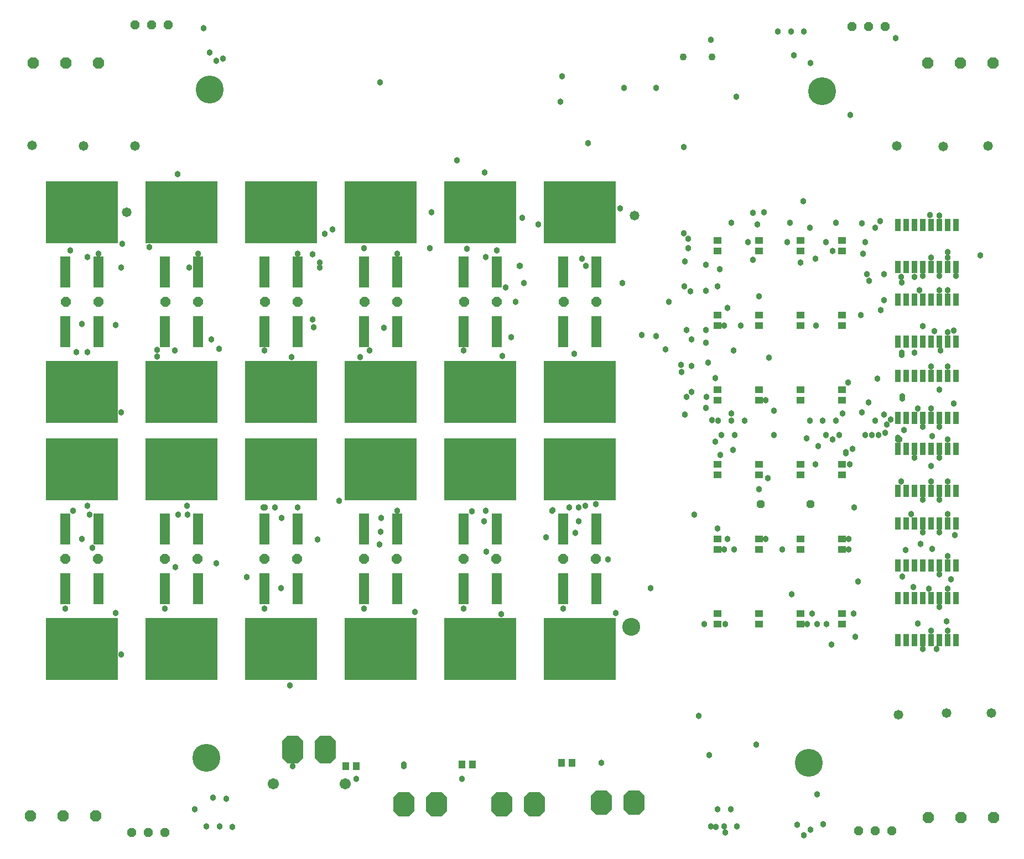
<source format=gbs>
G04 Layer_Color=16711935*
%FSAX25Y25*%
%MOIN*%
G70*
G01*
G75*
%ADD53R,0.04600X0.03900*%
%ADD56R,0.03900X0.04600*%
%ADD66P,0.05127X8X202.5*%
%ADD67C,0.04343*%
%ADD68P,0.06278X8X22.5*%
%ADD69P,0.07258X8X22.5*%
%ADD70P,0.06065X8X22.5*%
G04:AMPARAMS|DCode=71|XSize=126.11mil|YSize=145.79mil|CornerRadius=0mil|HoleSize=0mil|Usage=FLASHONLY|Rotation=0.000|XOffset=0mil|YOffset=0mil|HoleType=Round|Shape=Octagon|*
%AMOCTAGOND71*
4,1,8,-0.03153,0.07290,0.03153,0.07290,0.06306,0.04137,0.06306,-0.04137,0.03153,-0.07290,-0.03153,-0.07290,-0.06306,-0.04137,-0.06306,0.04137,-0.03153,0.07290,0.0*
%
%ADD71OCTAGOND71*%

G04:AMPARAMS|DCode=72|XSize=126.11mil|YSize=165.48mil|CornerRadius=0mil|HoleSize=0mil|Usage=FLASHONLY|Rotation=180.000|XOffset=0mil|YOffset=0mil|HoleType=Round|Shape=Octagon|*
%AMOCTAGOND72*
4,1,8,0.03153,-0.08274,-0.03153,-0.08274,-0.06306,-0.05121,-0.06306,0.05121,-0.03153,0.08274,0.03153,0.08274,0.06306,0.05121,0.06306,-0.05121,0.03153,-0.08274,0.0*
%
%ADD72OCTAGOND72*%

%ADD73C,0.05800*%
%ADD74C,0.10800*%
%ADD75C,0.16800*%
%ADD76C,0.03800*%
%ADD77C,0.06706*%
%ADD78R,0.03635X0.07808*%
%ADD79R,0.06115X0.18910*%
%ADD80R,0.43320X0.37808*%
D53*
X0599000Y0418000D02*
D03*
Y0411700D02*
D03*
X0549000Y0328000D02*
D03*
Y0321700D02*
D03*
X0524000Y0463000D02*
D03*
Y0456700D02*
D03*
X0599000Y0463000D02*
D03*
Y0456700D02*
D03*
X0524000Y0328000D02*
D03*
Y0321700D02*
D03*
X0599000Y0328000D02*
D03*
Y0321700D02*
D03*
Y0283000D02*
D03*
Y0276700D02*
D03*
X0574000Y0328000D02*
D03*
Y0321700D02*
D03*
Y0463000D02*
D03*
Y0456700D02*
D03*
Y0418000D02*
D03*
Y0411700D02*
D03*
X0549000Y0463000D02*
D03*
Y0456700D02*
D03*
X0574000Y0283000D02*
D03*
Y0276700D02*
D03*
X0599000Y0373000D02*
D03*
Y0366700D02*
D03*
X0549000Y0418000D02*
D03*
Y0411700D02*
D03*
X0574000Y0238000D02*
D03*
Y0231700D02*
D03*
X0549000Y0283000D02*
D03*
Y0276700D02*
D03*
Y0238000D02*
D03*
Y0231700D02*
D03*
X0524000Y0283000D02*
D03*
Y0276700D02*
D03*
X0574000Y0373000D02*
D03*
Y0366700D02*
D03*
X0524000Y0418000D02*
D03*
Y0411700D02*
D03*
X0549000Y0373000D02*
D03*
Y0366700D02*
D03*
X0524000Y0373000D02*
D03*
Y0366700D02*
D03*
Y0238000D02*
D03*
Y0231700D02*
D03*
X0599000Y0238000D02*
D03*
Y0231700D02*
D03*
D56*
X0300000Y0146000D02*
D03*
X0306300D02*
D03*
X0370000Y0147000D02*
D03*
X0376300D02*
D03*
X0430000Y0148000D02*
D03*
X0436300D02*
D03*
D66*
X0550000Y0304000D02*
D03*
X0579921D02*
D03*
D67*
X0520661Y0573980D02*
D03*
X0503339D02*
D03*
D68*
X0330685Y0271000D02*
D03*
X0311000D02*
D03*
X0390685D02*
D03*
X0371000D02*
D03*
X0450685D02*
D03*
X0431000D02*
D03*
X0311315Y0426000D02*
D03*
X0331000D02*
D03*
X0371315D02*
D03*
X0391000D02*
D03*
X0431315D02*
D03*
X0451000D02*
D03*
X0150685Y0271000D02*
D03*
X0131000D02*
D03*
X0210685D02*
D03*
X0191000D02*
D03*
X0270685D02*
D03*
X0251000D02*
D03*
X0131315Y0426000D02*
D03*
X0151000D02*
D03*
X0191315D02*
D03*
X0211000D02*
D03*
X0251315D02*
D03*
X0271000D02*
D03*
D69*
X0651000Y0115000D02*
D03*
X0670685D02*
D03*
X0690370D02*
D03*
X0110000Y0116000D02*
D03*
X0129685D02*
D03*
X0149370D02*
D03*
X0111630Y0570000D02*
D03*
X0131315D02*
D03*
X0151000D02*
D03*
X0650630D02*
D03*
X0670315D02*
D03*
X0690000D02*
D03*
D70*
X0193000Y0593000D02*
D03*
X0183000D02*
D03*
X0173000D02*
D03*
X0605000Y0592000D02*
D03*
X0615000D02*
D03*
X0625000D02*
D03*
X0191000Y0106000D02*
D03*
X0181000D02*
D03*
X0171000D02*
D03*
X0609000Y0107000D02*
D03*
X0619000D02*
D03*
X0629000D02*
D03*
D71*
X0354685Y0123000D02*
D03*
X0335000D02*
D03*
X0413685D02*
D03*
X0394000D02*
D03*
X0473685Y0124000D02*
D03*
X0454000D02*
D03*
D72*
X0287842Y0156000D02*
D03*
X0268158D02*
D03*
D73*
X0168000Y0480000D02*
D03*
X0662000Y0178000D02*
D03*
X0633000Y0177000D02*
D03*
X0173000Y0520000D02*
D03*
X0142000D02*
D03*
X0111000Y0520528D02*
D03*
X0660000Y0519795D02*
D03*
X0687000Y0520028D02*
D03*
X0632000Y0520000D02*
D03*
X0474000Y0478000D02*
D03*
X0689000Y0178000D02*
D03*
D74*
X0472000Y0230000D02*
D03*
D75*
X0579000Y0148000D02*
D03*
X0216000Y0151000D02*
D03*
X0587000Y0553000D02*
D03*
X0218000Y0554000D02*
D03*
D76*
X0557992Y0345900D02*
D03*
X0534400D02*
D03*
X0520100Y0109900D02*
D03*
X0572055Y0110890D02*
D03*
X0520055Y0109900D02*
D03*
X0370000Y0138600D02*
D03*
X0306300D02*
D03*
X0204300Y0303100D02*
D03*
X0151000Y0455100D02*
D03*
X0144300Y0453100D02*
D03*
X0371000Y0241000D02*
D03*
X0311000D02*
D03*
X0191000D02*
D03*
X0131000D02*
D03*
X0431000Y0241228D02*
D03*
X0454000Y0148000D02*
D03*
X0335000Y0146000D02*
D03*
X0575900Y0589100D02*
D03*
X0666300Y0408700D02*
D03*
X0662567Y0452693D02*
D03*
X0331000Y0300100D02*
D03*
X0135700Y0300000D02*
D03*
X0271000Y0302067D02*
D03*
X0144300Y0303100D02*
D03*
X0510100Y0297700D02*
D03*
X0512700Y0176600D02*
D03*
X0216100Y0109900D02*
D03*
X0523100Y0109500D02*
D03*
X0572100Y0110900D02*
D03*
X0607000Y0224300D02*
D03*
X0311000Y0458600D02*
D03*
X0350600D02*
D03*
X0532402Y0354583D02*
D03*
X0557961Y0360600D02*
D03*
X0251000Y0241000D02*
D03*
X0261000Y0253400D02*
D03*
X0483600D02*
D03*
X0534100Y0276700D02*
D03*
X0391000Y0457100D02*
D03*
X0467700Y0555000D02*
D03*
X0545200Y0451500D02*
D03*
X0552900Y0283000D02*
D03*
X0647600Y0287100D02*
D03*
X0506400Y0464300D02*
D03*
X0642600Y0332100D02*
D03*
X0525671Y0333700D02*
D03*
X0601299Y0334850D02*
D03*
X0579646Y0354583D02*
D03*
X0589488Y0345900D02*
D03*
X0592800Y0219600D02*
D03*
X0656100Y0216700D02*
D03*
X0628300Y0355000D02*
D03*
X0657567Y0373200D02*
D03*
X0577677Y0343858D02*
D03*
X0605236Y0337600D02*
D03*
X0601300Y0335500D02*
D03*
X0619000Y0354600D02*
D03*
X0517100Y0448600D02*
D03*
X0507600Y0432600D02*
D03*
X0637200Y0276600D02*
D03*
X0662567Y0272693D02*
D03*
X0611142Y0473658D02*
D03*
X0579929Y0107990D02*
D03*
X0567835Y0473700D02*
D03*
X0595394D02*
D03*
X0662600Y0456300D02*
D03*
X0682500Y0454000D02*
D03*
X0634900Y0437667D02*
D03*
Y0394200D02*
D03*
X0662600Y0407700D02*
D03*
X0608700Y0257400D02*
D03*
X0662567Y0253100D02*
D03*
Y0343126D02*
D03*
X0662600Y0298100D02*
D03*
X0164600Y0359600D02*
D03*
X0296000Y0306000D02*
D03*
X0371000Y0396900D02*
D03*
X0384300Y0453100D02*
D03*
X0437700Y0394900D02*
D03*
X0442300Y0452100D02*
D03*
X0529900Y0283000D02*
D03*
X0640600Y0298100D02*
D03*
X0603800Y0328000D02*
D03*
X0657600Y0332100D02*
D03*
X0416000Y0472700D02*
D03*
X0581100Y0238000D02*
D03*
X0651400Y0253100D02*
D03*
X0644700Y0232000D02*
D03*
X0622000Y0474900D02*
D03*
X0587701Y0110999D02*
D03*
X0635159Y0395641D02*
D03*
X0611142Y0359500D02*
D03*
X0545200Y0479900D02*
D03*
X0568188Y0589012D02*
D03*
X0532402Y0473700D02*
D03*
X0487000Y0555000D02*
D03*
X0548100Y0472700D02*
D03*
X0430500Y0562100D02*
D03*
X0492600Y0397528D02*
D03*
X0657567Y0261700D02*
D03*
X0595400Y0354600D02*
D03*
X0662567Y0317693D02*
D03*
X0652567Y0317700D02*
D03*
X0625000Y0347200D02*
D03*
X0532300Y0358700D02*
D03*
X0647600Y0350700D02*
D03*
X0632567Y0343100D02*
D03*
X0635200Y0367967D02*
D03*
X0652600Y0387100D02*
D03*
X0602700Y0377500D02*
D03*
X0657600Y0350700D02*
D03*
X0652567Y0361700D02*
D03*
X0620500Y0379700D02*
D03*
X0614000Y0442700D02*
D03*
X0603900Y0538700D02*
D03*
X0624500Y0427200D02*
D03*
X0652600Y0452700D02*
D03*
X0652083Y0478383D02*
D03*
X0583000Y0452300D02*
D03*
X0647600Y0441700D02*
D03*
X0657600Y0433100D02*
D03*
X0610500Y0418000D02*
D03*
X0634800Y0441209D02*
D03*
X0642567Y0441033D02*
D03*
X0622355Y0421000D02*
D03*
X0251000Y0396900D02*
D03*
X0444600Y0447900D02*
D03*
X0404900D02*
D03*
X0487000Y0405500D02*
D03*
X0331000Y0455100D02*
D03*
X0323000Y0410500D02*
D03*
X0525500Y0445700D02*
D03*
X0384300Y0300100D02*
D03*
X0502200Y0383700D02*
D03*
X0597362Y0345900D02*
D03*
X0636500Y0348900D02*
D03*
X0652567Y0327100D02*
D03*
X0583100Y0328000D02*
D03*
X0341600Y0239200D02*
D03*
X0661900Y0233467D02*
D03*
X0602900Y0283000D02*
D03*
X0657567Y0287100D02*
D03*
X0606100Y0238000D02*
D03*
X0657600Y0242100D02*
D03*
X0164600Y0213575D02*
D03*
X0589800Y0231700D02*
D03*
X0440300Y0293900D02*
D03*
X0383254D02*
D03*
X0240300Y0260100D02*
D03*
X0577900Y0231700D02*
D03*
X0314500Y0396900D02*
D03*
X0450700Y0304200D02*
D03*
X0440500Y0302000D02*
D03*
X0549000Y0313000D02*
D03*
X0320900Y0287600D02*
D03*
X0438300Y0286800D02*
D03*
X0554200Y0319700D02*
D03*
X0527900Y0411700D02*
D03*
X0219100Y0403600D02*
D03*
X0211000Y0455100D02*
D03*
X0197000Y0396900D02*
D03*
X0280100Y0415400D02*
D03*
X0267400Y0392800D02*
D03*
X0141000Y0412900D02*
D03*
X0517400Y0368700D02*
D03*
X0537995Y0411700D02*
D03*
X0280700Y0410900D02*
D03*
X0393600Y0237900D02*
D03*
X0321400Y0295900D02*
D03*
X0261400D02*
D03*
X0204735Y0297900D02*
D03*
X0351576Y0480024D02*
D03*
X0181600Y0459200D02*
D03*
X0472000Y0232900D02*
D03*
X0404600Y0447900D02*
D03*
X0399600Y0404800D02*
D03*
X0478300Y0406200D02*
D03*
X0266400Y0194900D02*
D03*
X0161400Y0238460D02*
D03*
X0284200Y0446700D02*
D03*
X0205800D02*
D03*
X0164600D02*
D03*
X0284200Y0449900D02*
D03*
X0161400Y0412300D02*
D03*
X0147200Y0277900D02*
D03*
X0145600Y0297900D02*
D03*
X0199000D02*
D03*
X0658500Y0396700D02*
D03*
X0657567Y0441700D02*
D03*
X0644600Y0361900D02*
D03*
X0654700Y0408400D02*
D03*
X0617000Y0345700D02*
D03*
X0615079Y0365400D02*
D03*
X0647567Y0411600D02*
D03*
X0613110Y0345900D02*
D03*
X0642567Y0395533D02*
D03*
X0593425Y0343000D02*
D03*
X0653400Y0277316D02*
D03*
X0652600Y0227700D02*
D03*
X0583900Y0231700D02*
D03*
X0587500Y0354600D02*
D03*
X0647567Y0216700D02*
D03*
X0533307Y0336700D02*
D03*
X0657600Y0306700D02*
D03*
X0647567D02*
D03*
X0526496Y0345900D02*
D03*
X0524500Y0354600D02*
D03*
X0522559Y0341700D02*
D03*
X0646500Y0280216D02*
D03*
X0641861Y0253994D02*
D03*
X0549000Y0429400D02*
D03*
X0645600Y0433100D02*
D03*
X0657567Y0478133D02*
D03*
X0611725Y0455275D02*
D03*
X0446000Y0521700D02*
D03*
X0552087Y0480100D02*
D03*
X0615400Y0438800D02*
D03*
X0503700Y0519500D02*
D03*
X0271000Y0455100D02*
D03*
X0137700Y0395700D02*
D03*
X0444300Y0303100D02*
D03*
X0214200Y0591000D02*
D03*
X0631200Y0585200D02*
D03*
X0621000Y0345900D02*
D03*
X0218100Y0576400D02*
D03*
X0624500Y0358094D02*
D03*
X0508400Y0387600D02*
D03*
X0222071Y0571600D02*
D03*
X0518291Y0389591D02*
D03*
X0226000Y0572900D02*
D03*
X0517100Y0362032D02*
D03*
X0520600Y0354800D02*
D03*
X0519100Y0152700D02*
D03*
X0231803Y0109400D02*
D03*
X0575709Y0486691D02*
D03*
X0383700Y0504300D02*
D03*
X0223900Y0109900D02*
D03*
X0579600Y0470700D02*
D03*
X0589500Y0462000D02*
D03*
X0547400Y0159300D02*
D03*
X0219992Y0127100D02*
D03*
X0528800Y0106000D02*
D03*
X0508478Y0371900D02*
D03*
X0554900Y0392400D02*
D03*
X0529900Y0422600D02*
D03*
X0292000Y0469700D02*
D03*
X0279950Y0454850D02*
D03*
X0287400Y0467000D02*
D03*
X0502100Y0388100D02*
D03*
X0223700Y0397800D02*
D03*
X0134100Y0457000D02*
D03*
X0165500Y0461100D02*
D03*
X0552900Y0366700D02*
D03*
X0144400Y0395800D02*
D03*
X0527900Y0276700D02*
D03*
X0221900Y0268500D02*
D03*
X0528700Y0231700D02*
D03*
X0197400Y0266000D02*
D03*
X0515900Y0231700D02*
D03*
X0141000Y0283300D02*
D03*
X0465200Y0482500D02*
D03*
X0394400Y0393500D02*
D03*
X0574000Y0449700D02*
D03*
X0583200Y0411700D02*
D03*
X0406200Y0476700D02*
D03*
X0462600Y0238400D02*
D03*
X0524000Y0289600D02*
D03*
X0420800Y0284300D02*
D03*
X0602900Y0276700D02*
D03*
X0384600Y0275400D02*
D03*
X0320200Y0279800D02*
D03*
X0563100Y0276700D02*
D03*
X0320600Y0558504D02*
D03*
X0505200Y0368900D02*
D03*
X0624500Y0442700D02*
D03*
X0653500Y0345000D02*
D03*
X0606200Y0302300D02*
D03*
X0542200Y0462000D02*
D03*
X0367000Y0511600D02*
D03*
X0560200Y0589100D02*
D03*
X0503600Y0467400D02*
D03*
X0535302Y0549968D02*
D03*
X0506400Y0458500D02*
D03*
X0504400Y0450600D02*
D03*
X0570008Y0574808D02*
D03*
X0583866Y0129100D02*
D03*
X0613100Y0462000D02*
D03*
X0540300Y0354600D02*
D03*
X0575992Y0104400D02*
D03*
X0535800Y0109916D02*
D03*
X0505193Y0409293D02*
D03*
X0531900Y0120200D02*
D03*
X0533800Y0396700D02*
D03*
X0508400Y0403370D02*
D03*
X0527900Y0109929D02*
D03*
X0524000Y0120200D02*
D03*
X0517100Y0401400D02*
D03*
X0335000Y0147000D02*
D03*
X0458000Y0270685D02*
D03*
X0283100Y0282785D02*
D03*
X0257200Y0302000D02*
D03*
X0251500D02*
D03*
X0250500D02*
D03*
X0186300Y0397000D02*
D03*
X0308600Y0392800D02*
D03*
X0186400Y0393000D02*
D03*
X0434600Y0302000D02*
D03*
X0376000Y0299954D02*
D03*
X0402300Y0426300D02*
D03*
X0407500Y0437600D02*
D03*
X0466800D02*
D03*
X0568800Y0249700D02*
D03*
X0198723Y0503300D02*
D03*
X0373000Y0458200D02*
D03*
X0396279Y0434921D02*
D03*
X0424700Y0300600D02*
D03*
X0424200Y0300100D02*
D03*
X0662567Y0387133D02*
D03*
X0635200Y0369200D02*
D03*
X0632567Y0344300D02*
D03*
X0662600Y0433100D02*
D03*
X0662567Y0387126D02*
D03*
X0633700Y0343100D02*
D03*
X0634567Y0317693D02*
D03*
X0625900Y0352000D02*
D03*
X0635200Y0260594D02*
D03*
X0664567Y0258700D02*
D03*
X0662567Y0227700D02*
D03*
X0522720Y0380180D02*
D03*
X0504197Y0358063D02*
D03*
X0517079Y0432898D02*
D03*
X0503943Y0435500D02*
D03*
X0494600Y0426157D02*
D03*
X0523900Y0435500D02*
D03*
X0584600Y0339258D02*
D03*
X0599300Y0358700D02*
D03*
X0519904Y0584000D02*
D03*
X0517079Y0409276D02*
D03*
X0209100Y0120200D02*
D03*
X0619016Y0470724D02*
D03*
X0593425Y0456900D02*
D03*
X0565900Y0462000D02*
D03*
X0579882Y0570200D02*
D03*
X0429300Y0546700D02*
D03*
X0601300Y0334800D02*
D03*
X0667100Y0285500D02*
D03*
X0666300Y0364800D02*
D03*
X0667600Y0441700D02*
D03*
X0268157Y0146000D02*
D03*
X0227866Y0126600D02*
D03*
D77*
X0256347Y0135528D02*
D03*
X0299654D02*
D03*
D78*
X0632567Y0222189D02*
D03*
X0637567D02*
D03*
X0642567D02*
D03*
X0647567D02*
D03*
X0652567D02*
D03*
X0657567D02*
D03*
X0662567D02*
D03*
X0667567D02*
D03*
Y0247622D02*
D03*
X0662567D02*
D03*
X0657567D02*
D03*
X0652567D02*
D03*
X0647567D02*
D03*
X0642567D02*
D03*
X0637567D02*
D03*
X0632567D02*
D03*
Y0267189D02*
D03*
X0637567D02*
D03*
X0642567D02*
D03*
X0647567D02*
D03*
X0652567D02*
D03*
X0657567D02*
D03*
X0662567D02*
D03*
X0667567D02*
D03*
Y0292622D02*
D03*
X0662567D02*
D03*
X0657567D02*
D03*
X0652567D02*
D03*
X0647567D02*
D03*
X0642567D02*
D03*
X0637567D02*
D03*
X0632567D02*
D03*
Y0312189D02*
D03*
X0637567D02*
D03*
X0642567D02*
D03*
X0647567D02*
D03*
X0652567D02*
D03*
X0657567D02*
D03*
X0662567D02*
D03*
X0667567D02*
D03*
Y0337622D02*
D03*
X0662567D02*
D03*
X0657567D02*
D03*
X0652567D02*
D03*
X0647567D02*
D03*
X0642567D02*
D03*
X0637567D02*
D03*
X0632567D02*
D03*
Y0447189D02*
D03*
X0637567D02*
D03*
X0642567D02*
D03*
X0647567D02*
D03*
X0652567D02*
D03*
X0657567D02*
D03*
X0662567D02*
D03*
X0667567D02*
D03*
Y0472622D02*
D03*
X0662567D02*
D03*
X0657567D02*
D03*
X0652567D02*
D03*
X0647567D02*
D03*
X0642567D02*
D03*
X0637567D02*
D03*
X0632567D02*
D03*
Y0356189D02*
D03*
X0637567D02*
D03*
X0642567D02*
D03*
X0647567D02*
D03*
X0652567D02*
D03*
X0657567D02*
D03*
X0662567D02*
D03*
X0667567D02*
D03*
Y0381622D02*
D03*
X0662567D02*
D03*
X0657567D02*
D03*
X0652567D02*
D03*
X0647567D02*
D03*
X0642567D02*
D03*
X0637567D02*
D03*
X0632567D02*
D03*
Y0402189D02*
D03*
X0637567D02*
D03*
X0642567D02*
D03*
X0647567D02*
D03*
X0652567D02*
D03*
X0657567D02*
D03*
X0662567D02*
D03*
X0667567D02*
D03*
Y0427622D02*
D03*
X0662567D02*
D03*
X0657567D02*
D03*
X0652567D02*
D03*
X0647567D02*
D03*
X0642567D02*
D03*
X0637567D02*
D03*
X0632567D02*
D03*
D79*
X0331000Y0444000D02*
D03*
X0311000D02*
D03*
X0331000Y0289000D02*
D03*
X0311000D02*
D03*
X0271000D02*
D03*
X0251000D02*
D03*
X0131000Y0253000D02*
D03*
X0151000D02*
D03*
X0431000Y0408000D02*
D03*
X0451000D02*
D03*
Y0444000D02*
D03*
X0431000D02*
D03*
X0151000Y0289000D02*
D03*
X0131000D02*
D03*
X0251000Y0253000D02*
D03*
X0271000D02*
D03*
X0151000Y0444000D02*
D03*
X0131000D02*
D03*
Y0408000D02*
D03*
X0151000D02*
D03*
X0311000Y0253000D02*
D03*
X0331000D02*
D03*
X0251000Y0408000D02*
D03*
X0271000D02*
D03*
X0371000Y0253000D02*
D03*
X0391000D02*
D03*
X0371000Y0408000D02*
D03*
X0391000D02*
D03*
Y0444000D02*
D03*
X0371000D02*
D03*
X0391000Y0289000D02*
D03*
X0371000D02*
D03*
X0211000D02*
D03*
X0191000D02*
D03*
Y0253000D02*
D03*
X0211000D02*
D03*
Y0444000D02*
D03*
X0191000D02*
D03*
Y0408000D02*
D03*
X0211000D02*
D03*
X0431000Y0253000D02*
D03*
X0451000D02*
D03*
X0271000Y0444000D02*
D03*
X0251000D02*
D03*
X0451000Y0289000D02*
D03*
X0431000D02*
D03*
X0311000Y0408000D02*
D03*
X0331000D02*
D03*
D80*
X0321000Y0480024D02*
D03*
Y0325024D02*
D03*
X0261000D02*
D03*
X0141000Y0216976D02*
D03*
X0441000Y0371976D02*
D03*
Y0480024D02*
D03*
X0141000Y0325024D02*
D03*
X0261000Y0216976D02*
D03*
X0141000Y0480024D02*
D03*
Y0371976D02*
D03*
X0321000Y0216976D02*
D03*
X0261000Y0371976D02*
D03*
X0381000Y0216976D02*
D03*
Y0371976D02*
D03*
Y0480024D02*
D03*
Y0325024D02*
D03*
X0201000D02*
D03*
Y0216976D02*
D03*
Y0480024D02*
D03*
Y0371976D02*
D03*
X0441000Y0216976D02*
D03*
X0261000Y0480024D02*
D03*
X0441000Y0325024D02*
D03*
X0321000Y0371976D02*
D03*
M02*

</source>
